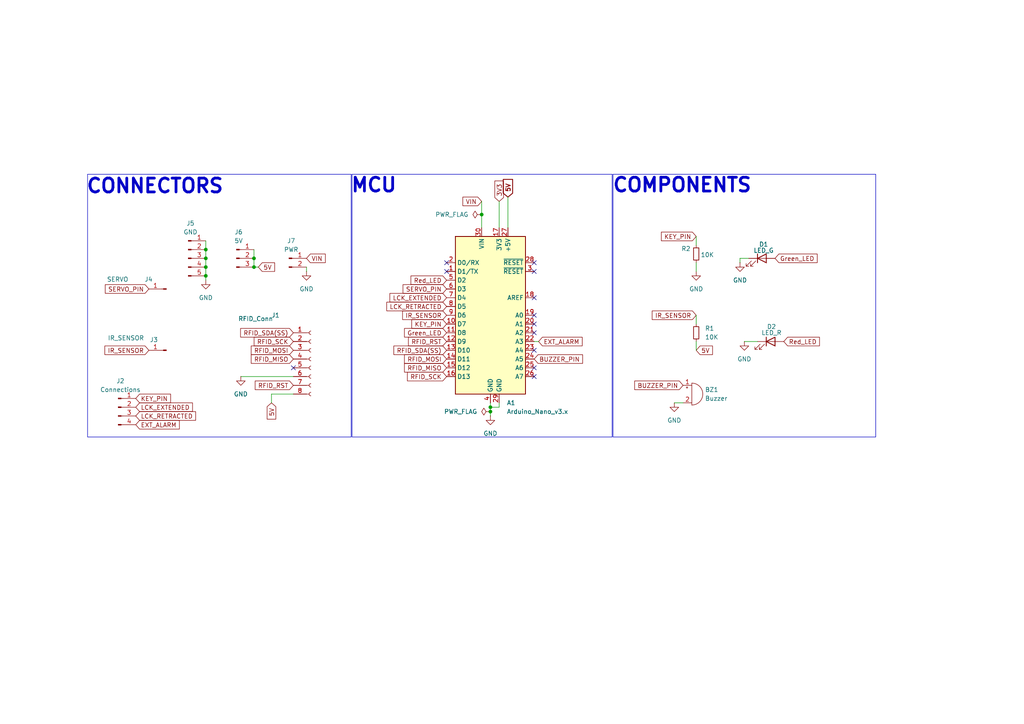
<source format=kicad_sch>
(kicad_sch (version 20231120) (generator "eeschema") (generator_version "8.0")
  (paper "A4")
  (title_block (title "SMART_LOCK") (date "2024-09-13") (rev "0.1"))
  (lib_symbols
    (symbol "Connector:Conn_01x01_Pin" (pin_names (offset 1.016) hide)
      (property "Reference" "J" (at 0 2.54 0))
      (property "Value" "Conn_01x01_Pin" (at 0 -2.54 0))
      (symbol "Conn_01x01_Pin_1_1"
        (polyline (pts (xy 1.27 0) (xy 0.8636 0)) (stroke (width 0.1524)))
        (rectangle (start 0.8636 0.127) (end 0 -0.127) (stroke (width 0.1524)) (fill (type outline)))
        (pin passive line (at 5.08 0 180) (length 3.81) (name "Pin_1") (number "1"))
      )
    )
    (symbol "Connector:Conn_01x02_Pin" (pin_names (offset 1.016) hide)
      (property "Reference" "J" (at 0 2.54 0))
      (property "Value" "Conn_01x02_Pin" (at 0 -5.08 0))
      (symbol "Conn_01x02_Pin_1_1"
        (polyline (pts (xy 1.27 -2.54) (xy 0.8636 -2.54)) (stroke (width 0.1524)))
        (polyline (pts (xy 1.27 0) (xy 0.8636 0)) (stroke (width 0.1524)))
        (rectangle (start 0.8636 -2.413) (end 0 -2.667) (stroke (width 0.1524)) (fill (type outline)))
        (rectangle (start 0.8636 0.127) (end 0 -0.127) (stroke (width 0.1524)) (fill (type outline)))
        (pin passive line (at 5.08 0 180) (length 3.81) (name "Pin_1") (number "1"))
        (pin passive line (at 5.08 -2.54 180) (length 3.81) (name "Pin_2") (number "2"))
      )
    )
    (symbol "Connector:Conn_01x03_Pin" (pin_names (offset 1.016) hide)
      (property "Reference" "J" (at 0 5.08 0))
      (property "Value" "Conn_01x03_Pin" (at 0 -5.08 0))
      (symbol "Conn_01x03_Pin_1_1"
        (polyline (pts (xy 1.27 -2.54) (xy 0.8636 -2.54)) (stroke (width 0.1524)))
        (polyline (pts (xy 1.27 0) (xy 0.8636 0)) (stroke (width 0.1524)))
        (polyline (pts (xy 1.27 2.54) (xy 0.8636 2.54)) (stroke (width 0.1524)))
        (rectangle (start 0.8636 -2.413) (end 0 -2.667) (stroke (width 0.1524)) (fill (type outline)))
        (rectangle (start 0.8636 0.127) (end 0 -0.127) (stroke (width 0.1524)) (fill (type outline)))
        (rectangle (start 0.8636 2.667) (end 0 2.413) (stroke (width 0.1524)) (fill (type outline)))
        (pin passive line (at 5.08 2.54 180) (length 3.81) (name "Pin_1") (number "1"))
        (pin passive line (at 5.08 0 180) (length 3.81) (name "Pin_2") (number "2"))
        (pin passive line (at 5.08 -2.54 180) (length 3.81) (name "Pin_3") (number "3"))
      )
    )
    (symbol "Connector:Conn_01x04_Pin" (pin_names (offset 1.016) hide)
      (property "Reference" "J" (at 0 5.08 0))
      (property "Value" "Conn_01x04_Pin" (at 0 -7.62 0))
      (symbol "Conn_01x04_Pin_1_1"
        (polyline (pts (xy 1.27 -5.08) (xy 0.8636 -5.08)) (stroke (width 0.1524)))
        (polyline (pts (xy 1.27 -2.54) (xy 0.8636 -2.54)) (stroke (width 0.1524)))
        (polyline (pts (xy 1.27 0) (xy 0.8636 0)) (stroke (width 0.1524)))
        (polyline (pts (xy 1.27 2.54) (xy 0.8636 2.54)) (stroke (width 0.1524)))
        (rectangle (start 0.8636 -4.953) (end 0 -5.207) (stroke (width 0.1524)) (fill (type outline)))
        (rectangle (start 0.8636 -2.413) (end 0 -2.667) (stroke (width 0.1524)) (fill (type outline)))
        (rectangle (start 0.8636 0.127) (end 0 -0.127) (stroke (width 0.1524)) (fill (type outline)))
        (rectangle (start 0.8636 2.667) (end 0 2.413) (stroke (width 0.1524)) (fill (type outline)))
        (pin passive line (at 5.08 2.54 180) (length 3.81) (name "Pin_1") (number "1"))
        (pin passive line (at 5.08 0 180) (length 3.81) (name "Pin_2") (number "2"))
        (pin passive line (at 5.08 -2.54 180) (length 3.81) (name "Pin_3") (number "3"))
        (pin passive line (at 5.08 -5.08 180) (length 3.81) (name "Pin_4") (number "4"))
      )
    )
    (symbol "Connector:Conn_01x05_Pin" (pin_names (offset 1.016) hide)
      (property "Reference" "J" (at 0 7.62 0))
      (property "Value" "Conn_01x05_Pin" (at 0 -7.62 0))
      (symbol "Conn_01x05_Pin_1_1"
        (polyline (pts (xy 1.27 -5.08) (xy 0.8636 -5.08)) (stroke (width 0.1524)))
        (polyline (pts (xy 1.27 -2.54) (xy 0.8636 -2.54)) (stroke (width 0.1524)))
        (polyline (pts (xy 1.27 0) (xy 0.8636 0)) (stroke (width 0.1524)))
        (polyline (pts (xy 1.27 2.54) (xy 0.8636 2.54)) (stroke (width 0.1524)))
        (polyline (pts (xy 1.27 5.08) (xy 0.8636 5.08)) (stroke (width 0.1524)))
        (rectangle (start 0.8636 -4.953) (end 0 -5.207) (stroke (width 0.1524)) (fill (type outline)))
        (rectangle (start 0.8636 -2.413) (end 0 -2.667) (stroke (width 0.1524)) (fill (type outline)))
        (rectangle (start 0.8636 0.127) (end 0 -0.127) (stroke (width 0.1524)) (fill (type outline)))
        (rectangle (start 0.8636 2.667) (end 0 2.413) (stroke (width 0.1524)) (fill (type outline)))
        (rectangle (start 0.8636 5.207) (end 0 4.953) (stroke (width 0.1524)) (fill (type outline)))
        (pin passive line (at 5.08 5.08 180) (length 3.81) (name "Pin_1") (number "1"))
        (pin passive line (at 5.08 2.54 180) (length 3.81) (name "Pin_2") (number "2"))
        (pin passive line (at 5.08 0 180) (length 3.81) (name "Pin_3") (number "3"))
        (pin passive line (at 5.08 -2.54 180) (length 3.81) (name "Pin_4") (number "4"))
        (pin passive line (at 5.08 -5.08 180) (length 3.81) (name "Pin_5") (number "5"))
      )
    )
    (symbol "Connector:Conn_01x08_Socket" (pin_names (offset 1.016) hide)
      (property "Reference" "J" (at 0 10.16 0))
      (property "Value" "Conn_01x08_Socket" (at 0 -12.7 0))
      (symbol "Conn_01x08_Socket_1_1"
        (arc (start 0 -9.652) (mid -0.5058 -10.16) (end 0 -10.668) (stroke (width 0.1524)))
        (arc (start 0 -7.112) (mid -0.5058 -7.62) (end 0 -8.128) (stroke (width 0.1524)))
        (arc (start 0 -4.572) (mid -0.5058 -5.08) (end 0 -5.588) (stroke (width 0.1524)))
        (arc (start 0 -2.032) (mid -0.5058 -2.54) (end 0 -3.048) (stroke (width 0.1524)))
        (polyline (pts (xy -1.27 -10.16) (xy -0.508 -10.16)) (stroke (width 0.1524)))
        (polyline (pts (xy -1.27 -7.62) (xy -0.508 -7.62)) (stroke (width 0.1524)))
        (polyline (pts (xy -1.27 -5.08) (xy -0.508 -5.08)) (stroke (width 0.1524)))
        (polyline (pts (xy -1.27 -2.54) (xy -0.508 -2.54)) (stroke (width 0.1524)))
        (polyline (pts (xy -1.27 0) (xy -0.508 0)) (stroke (width 0.1524)))
        (polyline (pts (xy -1.27 2.54) (xy -0.508 2.54)) (stroke (width 0.1524)))
        (polyline (pts (xy -1.27 5.08) (xy -0.508 5.08)) (stroke (width 0.1524)))
        (polyline (pts (xy -1.27 7.62) (xy -0.508 7.62)) (stroke (width 0.1524)))
        (arc (start 0 0.508) (mid -0.5058 0) (end 0 -0.508) (stroke (width 0.1524)))
        (arc (start 0 3.048) (mid -0.5058 2.54) (end 0 2.032) (stroke (width 0.1524)))
        (arc (start 0 5.588) (mid -0.5058 5.08) (end 0 4.572) (stroke (width 0.1524)))
        (arc (start 0 8.128) (mid -0.5058 7.62) (end 0 7.112) (stroke (width 0.1524)))
        (pin passive line (at -5.08 7.62 0) (length 3.81) (name "Pin_1") (number "1"))
        (pin passive line (at -5.08 5.08 0) (length 3.81) (name "Pin_2") (number "2"))
        (pin passive line (at -5.08 2.54 0) (length 3.81) (name "Pin_3") (number "3"))
        (pin passive line (at -5.08 0 0) (length 3.81) (name "Pin_4") (number "4"))
        (pin passive line (at -5.08 -2.54 0) (length 3.81) (name "Pin_5") (number "5"))
        (pin passive line (at -5.08 -5.08 0) (length 3.81) (name "Pin_6") (number "6"))
        (pin passive line (at -5.08 -7.62 0) (length 3.81) (name "Pin_7") (number "7"))
        (pin passive line (at -5.08 -10.16 0) (length 3.81) (name "Pin_8") (number "8"))
      )
    )
    (symbol "Device:Buzzer" (pin_names (offset 0.0254) hide)
      (property "Reference" "BZ" (at 3.81 1.27 0))
      (property "Value" "Buzzer" (at 3.81 -1.27 0))
      (symbol "Buzzer_0_1"
        (arc (start 0 -3.175) (mid 3.1612 0) (end 0 3.175))
        (polyline (pts (xy -1.651 1.905) (xy -1.143 1.905)))
        (polyline (pts (xy -1.397 2.159) (xy -1.397 1.651)))
        (polyline (pts (xy 0 3.175) (xy 0 -3.175)))
      )
      (symbol "Buzzer_1_1"
        (pin passive line (at -2.54 2.54 0) (length 2.54) (name "+") (number "1"))
        (pin passive line (at -2.54 -2.54 0) (length 2.54) (name "-") (number "2"))
      )
    )
    (symbol "Device:LED" (pin_numbers hide) (pin_names (offset 1.016) hide)
      (property "Reference" "D" (at 0 2.54 0))
      (property "Value" "LED" (at 0 -2.54 0))
      (symbol "LED_0_1"
        (polyline (pts (xy -1.27 -1.27) (xy -1.27 1.27)) (stroke (width 0.254)))
        (polyline (pts (xy -1.27 0) (xy 1.27 0)))
        (polyline (pts (xy 1.27 -1.27) (xy 1.27 1.27) (xy -1.27 0) (xy 1.27 -1.27)) (stroke (width 0.254)))
        (polyline (pts (xy -3.048 -0.762) (xy -4.572 -2.286) (xy -3.81 -2.286) (xy -4.572 -2.286) (xy -4.572 -1.524)))
        (polyline (pts (xy -1.778 -0.762) (xy -3.302 -2.286) (xy -2.54 -2.286) (xy -3.302 -2.286) (xy -3.302 -1.524)))
      )
      (symbol "LED_1_1"
        (pin passive line (at -3.81 0 0) (length 2.54) (name "K") (number "1"))
        (pin passive line (at 3.81 0 180) (length 2.54) (name "A") (number "2"))
      )
    )
    (symbol "Device:R_Small" (pin_numbers hide) (pin_names (offset 0.254) hide)
      (property "Reference" "R" (at 0.762 0.508 0))
      (property "Value" "R_Small" (at 0.762 -1.016 0))
      (symbol "R_Small_0_1"
        (rectangle (start -0.762 1.778) (end 0.762 -1.778) (stroke (width 0.2032)))
      )
      (symbol "R_Small_1_1"
        (pin passive line (at 0 2.54 270) (length 0.762) (name "~") (number "1"))
        (pin passive line (at 0 -2.54 90) (length 0.762) (name "~") (number "2"))
      )
    )
    (symbol "MCU_Module:Arduino_Nano_v3.x"
      (property "Reference" "A" (at -10.16 23.495 0))
      (property "Value" "Arduino_Nano_v3.x" (at 5.08 -24.13 0))
      (symbol "Arduino_Nano_v3.x_0_1"
        (rectangle (start -10.16 22.86) (end 10.16 -22.86) (stroke (width 0.254)) (fill (type background)))
      )
      (symbol "Arduino_Nano_v3.x_1_1"
        (pin bidirectional line (at -12.7 12.7 0) (length 2.54) (name "D1/TX") (number "1"))
        (pin bidirectional line (at -12.7 -2.54 0) (length 2.54) (name "D7") (number "10"))
        (pin bidirectional line (at -12.7 -5.08 0) (length 2.54) (name "D8") (number "11"))
        (pin bidirectional line (at -12.7 -7.62 0) (length 2.54) (name "D9") (number "12"))
        (pin bidirectional line (at -12.7 -10.16 0) (length 2.54) (name "D10") (number "13"))
        (pin bidirectional line (at -12.7 -12.7 0) (length 2.54) (name "D11") (number "14"))
        (pin bidirectional line (at -12.7 -15.24 0) (length 2.54) (name "D12") (number "15"))
        (pin bidirectional line (at -12.7 -17.78 0) (length 2.54) (name "D13") (number "16"))
        (pin power_out line (at 2.54 25.4 270) (length 2.54) (name "3V3") (number "17"))
        (pin input line (at 12.7 5.08 180) (length 2.54) (name "AREF") (number "18"))
        (pin bidirectional line (at 12.7 0 180) (length 2.54) (name "A0") (number "19"))
        (pin bidirectional line (at -12.7 15.24 0) (length 2.54) (name "D0/RX") (number "2"))
        (pin bidirectional line (at 12.7 -2.54 180) (length 2.54) (name "A1") (number "20"))
        (pin bidirectional line (at 12.7 -5.08 180) (length 2.54) (name "A2") (number "21"))
        (pin bidirectional line (at 12.7 -7.62 180) (length 2.54) (name "A3") (number "22"))
        (pin bidirectional line (at 12.7 -10.16 180) (length 2.54) (name "A4") (number "23"))
        (pin bidirectional line (at 12.7 -12.7 180) (length 2.54) (name "A5") (number "24"))
        (pin bidirectional line (at 12.7 -15.24 180) (length 2.54) (name "A6") (number "25"))
        (pin bidirectional line (at 12.7 -17.78 180) (length 2.54) (name "A7") (number "26"))
        (pin power_out line (at 5.08 25.4 270) (length 2.54) (name "+5V") (number "27"))
        (pin input line (at 12.7 15.24 180) (length 2.54) (name "~{RESET}") (number "28"))
        (pin power_in line (at 2.54 -25.4 90) (length 2.54) (name "GND") (number "29"))
        (pin input line (at 12.7 12.7 180) (length 2.54) (name "~{RESET}") (number "3"))
        (pin power_in line (at -2.54 25.4 270) (length 2.54) (name "VIN") (number "30"))
        (pin power_in line (at 0 -25.4 90) (length 2.54) (name "GND") (number "4"))
        (pin bidirectional line (at -12.7 10.16 0) (length 2.54) (name "D2") (number "5"))
        (pin bidirectional line (at -12.7 7.62 0) (length 2.54) (name "D3") (number "6"))
        (pin bidirectional line (at -12.7 5.08 0) (length 2.54) (name "D4") (number "7"))
        (pin bidirectional line (at -12.7 2.54 0) (length 2.54) (name "D5") (number "8"))
        (pin bidirectional line (at -12.7 0 0) (length 2.54) (name "D6") (number "9"))
      )
    )
    (symbol "power:GND" (power) (pin_numbers hide) (pin_names (offset 0) hide)
      (property "Value" "GND" (at 0 -3.81 0))
      (symbol "GND_0_1"
        (polyline (pts (xy 0 0) (xy 0 -1.27) (xy 1.27 -1.27) (xy 0 -2.54) (xy -1.27 -1.27) (xy 0 -1.27)))
      )
      (symbol "GND_1_1"
        (pin power_in line (at 0 0 270) (length 0) (name "~") (number "1"))
      )
    )
    (symbol "power:PWR_FLAG" (power) (pin_numbers hide) (pin_names (offset 0) hide)
      (property "Value" "PWR_FLAG" (at 0 3.81 0))
      (symbol "PWR_FLAG_0_0"
        (pin power_out line (at 0 0 90) (length 0) (name "~") (number "1"))
      )
      (symbol "PWR_FLAG_0_1"
        (polyline (pts (xy 0 0) (xy 0 1.27) (xy -1.016 1.905) (xy 0 2.54) (xy 1.016 1.905) (xy 0 1.27)))
      )
    )
  )
  (junction (at 59.69 80.01))
  (junction (at 59.69 74.93))
  (junction (at 73.66 74.93))
  (junction (at 142.24 118.11))
  (junction (at 73.66 77.47))
  (junction (at 139.7 62.23))
  (junction (at 59.69 72.39))
  (junction (at 59.69 77.47))
  (junction (at 142.24 119.38))
  (no_connect (at 154.94 78.74))
  (no_connect (at 129.54 78.74))
  (no_connect (at 154.94 76.2))
  (no_connect (at 154.94 106.68))
  (no_connect (at 154.94 96.52))
  (no_connect (at 154.94 86.36))
  (no_connect (at 154.94 93.98))
  (no_connect (at 129.54 76.2))
  (no_connect (at 154.94 109.22))
  (no_connect (at 154.94 91.44))
  (no_connect (at 85.09 106.68))
  (no_connect (at 154.94 101.6))
  (wire (pts (xy 144.78 58.42) (xy 144.78 66.04)))
  (wire (pts (xy 139.7 58.42) (xy 139.7 62.23)))
  (wire (pts (xy 59.69 72.39) (xy 59.69 74.93)))
  (wire (pts (xy 78.74 114.3) (xy 78.74 116.84)))
  (wire (pts (xy 215.9 99.06) (xy 219.71 99.06)))
  (wire (pts (xy 144.78 118.11) (xy 142.24 118.11)))
  (wire (pts (xy 147.32 57.15) (xy 147.32 66.04)))
  (wire (pts (xy 78.74 114.3) (xy 85.09 114.3)))
  (wire (pts (xy 201.93 76.2) (xy 201.93 78.74)))
  (wire (pts (xy 88.9 77.47) (xy 88.9 78.74)))
  (wire (pts (xy 195.58 116.84) (xy 198.12 116.84)))
  (wire (pts (xy 201.93 68.58) (xy 201.93 71.12)))
  (wire (pts (xy 214.63 74.93) (xy 217.17 74.93)))
  (wire (pts (xy 69.85 109.22) (xy 85.09 109.22)))
  (wire (pts (xy 139.7 62.23) (xy 139.7 66.04)))
  (wire (pts (xy 142.24 119.38) (xy 142.24 118.11)))
  (wire (pts (xy 156.21 99.06) (xy 154.94 99.06)))
  (wire (pts (xy 214.63 76.2) (xy 214.63 74.93)))
  (wire (pts (xy 144.78 116.84) (xy 144.78 118.11)))
  (wire (pts (xy 73.66 72.39) (xy 73.66 74.93)))
  (wire (pts (xy 201.93 99.06) (xy 201.93 101.6)))
  (wire (pts (xy 73.66 77.47) (xy 74.93 77.47)))
  (wire (pts (xy 59.69 69.85) (xy 59.69 72.39)))
  (wire (pts (xy 59.69 80.01) (xy 59.69 81.28)))
  (wire (pts (xy 142.24 120.65) (xy 142.24 119.38)))
  (wire (pts (xy 201.93 93.98) (xy 201.93 91.44)))
  (wire (pts (xy 59.69 77.47) (xy 59.69 80.01)))
  (wire (pts (xy 59.69 74.93) (xy 59.69 77.47)))
  (wire (pts (xy 73.66 74.93) (xy 73.66 77.47)))
  (wire (pts (xy 142.24 118.11) (xy 142.24 116.84)))
  (rectangle (start 102.108 50.546) (end 177.546 126.746))
  (rectangle (start 25.4 50.546) (end 101.854 126.746))
  (rectangle (start 177.8 50.546) (end 254 126.746))
  (text "CONNECTORS\n" (at 44.958 54.102 0) (effects (font (size 4 4) (thickness 0.8) (bold yes))))
  (text "COMPONENTS" (at 197.866 53.848 0) (effects (font (size 4 4) (bold yes))))
  (text "MCU\n" (at 108.458 53.848 0) (effects (font (size 4 4) (bold yes))))
  (global_label "Red_LED" (shape input) (at 227.33 99.06 0) (property "Intersheetrefs" "${INTERSHEET_REFS}" (effects (hide yes))))
  (global_label "LCK_RETRACTED" (shape input) (at 39.37 120.65 0) (property "Intersheetrefs" "${INTERSHEET_REFS}" (effects (hide yes))))
  (global_label "IR_SENSOR" (shape input) (at 201.93 91.44 180) (property "Intersheetrefs" "${INTERSHEET_REFS}" (effects (hide yes))))
  (global_label "LCK_EXTENDED" (shape input) (at 39.37 118.11 0) (property "Intersheetrefs" "${INTERSHEET_REFS}" (effects (hide yes))))
  (global_label "RFID_RST" (shape input) (at 129.54 99.06 180) (property "Intersheetrefs" "${INTERSHEET_REFS}" (effects (hide yes))))
  (global_label "LCK_RETRACTED" (shape input) (at 129.54 88.9 180) (property "Intersheetrefs" "${INTERSHEET_REFS}" (effects (hide yes))))
  (global_label "RFID_SCK" (shape input) (at 129.54 109.22 180) (property "Intersheetrefs" "${INTERSHEET_REFS}" (effects (hide yes))))
  (global_label "KEY_PIN" (shape input) (at 201.93 68.58 180) (property "Intersheetrefs" "${INTERSHEET_REFS}" (effects (hide yes))))
  (global_label "Green_LED" (shape input) (at 224.79 74.93 0) (property "Intersheetrefs" "${INTERSHEET_REFS}" (effects (hide yes))))
  (global_label "BUZZER_PIN" (shape input) (at 154.94 104.14 0) (property "Intersheetrefs" "${INTERSHEET_REFS}" (effects (hide yes))))
  (global_label "5V" (shape input) (at 201.93 101.6 0) (property "Intersheetrefs" "${INTERSHEET_REFS}" (effects (hide yes))))
  (global_label "RFID_SCK" (shape input) (at 85.09 99.06 180) (property "Intersheetrefs" "${INTERSHEET_REFS}" (effects (hide yes))))
  (global_label "5V" (shape input) (at 78.74 116.84 270) (property "Intersheetrefs" "${INTERSHEET_REFS}" (effects (hide yes))))
  (global_label "Red_LED" (shape input) (at 129.54 81.28 180) (property "Intersheetrefs" "${INTERSHEET_REFS}" (effects (hide yes))))
  (global_label "EXT_ALARM" (shape input) (at 39.37 123.19 0) (property "Intersheetrefs" "${INTERSHEET_REFS}" (effects (hide yes))))
  (global_label "5V" (shape input) (at 74.93 77.47 0) (property "Intersheetrefs" "${INTERSHEET_REFS}" (effects (hide yes))))
  (global_label "RFID_MOSI" (shape input) (at 129.54 104.14 180) (property "Intersheetrefs" "${INTERSHEET_REFS}" (effects (hide yes))))
  (global_label "RFID_RST" (shape input) (at 85.09 111.76 180) (property "Intersheetrefs" "${INTERSHEET_REFS}" (effects (hide yes))))
  (global_label "5V" (shape input) (at 147.32 57.15 90) (effects (font (bold yes))) (property "Intersheetrefs" "${INTERSHEET_REFS}" (effects (hide yes))))
  (global_label "SERVO_PIN" (shape input) (at 43.18 83.82 180) (property "Intersheetrefs" "${INTERSHEET_REFS}" (effects (hide yes))))
  (global_label "RFID_MOSI" (shape input) (at 85.09 101.6 180) (property "Intersheetrefs" "${INTERSHEET_REFS}" (effects (hide yes))))
  (global_label "BUZZER_PIN" (shape input) (at 198.12 111.76 180) (property "Intersheetrefs" "${INTERSHEET_REFS}" (effects (hide yes))))
  (global_label "KEY_PIN" (shape input) (at 39.37 115.57 0) (property "Intersheetrefs" "${INTERSHEET_REFS}" (effects (hide yes))))
  (global_label "3V3" (shape input) (at 144.78 58.42 90) (property "Intersheetrefs" "${INTERSHEET_REFS}" (effects (hide yes))))
  (global_label "RFID_MISO" (shape input) (at 129.54 106.68 180) (property "Intersheetrefs" "${INTERSHEET_REFS}" (effects (hide yes))))
  (global_label "RFID_SDA(SS)" (shape input) (at 129.54 101.6 180) (property "Intersheetrefs" "${INTERSHEET_REFS}" (effects (hide yes))))
  (global_label "LCK_EXTENDED" (shape input) (at 129.54 86.36 180) (property "Intersheetrefs" "${INTERSHEET_REFS}" (effects (hide yes))))
  (global_label "VIN" (shape input) (at 88.9 74.93 0) (property "Intersheetrefs" "${INTERSHEET_REFS}" (effects (hide yes))))
  (global_label "Green_LED" (shape input) (at 129.54 96.52 180) (property "Intersheetrefs" "${INTERSHEET_REFS}" (effects (hide yes))))
  (global_label "SERVO_PIN" (shape input) (at 129.54 83.82 180) (property "Intersheetrefs" "${INTERSHEET_REFS}" (effects (hide yes))))
  (global_label "EXT_ALARM" (shape input) (at 156.21 99.06 0) (property "Intersheetrefs" "${INTERSHEET_REFS}" (effects (hide yes))))
  (global_label "RFID_SDA(SS)" (shape input) (at 85.09 96.52 180) (property "Intersheetrefs" "${INTERSHEET_REFS}" (effects (hide yes))))
  (global_label "RFID_MISO" (shape input) (at 85.09 104.14 180) (property "Intersheetrefs" "${INTERSHEET_REFS}" (effects (hide yes))))
  (global_label "KEY_PIN" (shape input) (at 129.54 93.98 180) (property "Intersheetrefs" "${INTERSHEET_REFS}" (effects (hide yes))))
  (global_label "IR_SENSOR" (shape input) (at 43.18 101.6 180) (property "Intersheetrefs" "${INTERSHEET_REFS}" (effects (hide yes))))
  (global_label "VIN" (shape input) (at 139.7 58.42 180) (property "Intersheetrefs" "${INTERSHEET_REFS}" (effects (hide yes))))
  (global_label "IR_SENSOR" (shape input) (at 129.54 91.44 180) (property "Intersheetrefs" "${INTERSHEET_REFS}" (effects (hide yes))))
  (symbol (lib_id "Device:Buzzer") (at 200.66 114.3 0) (unit 1)
    (property "Reference" "BZ1" (at 204.47 113.0299 0) (effects (justify left)))
    (property "Value" "Buzzer" (at 204.47 115.5699 0) (effects (justify left)))
    (property "Footprint" "Buzzer_Beeper:MagneticBuzzer_Kingstate_KCG0601" (effects (hide yes)))
    (property "Description" "Buzzer, polarized" (effects (hide yes)))
  )
  (symbol (lib_id "Connector:Conn_01x02_Pin") (at 83.82 74.93 0) (unit 1)
    (property "Reference" "J7" (at 84.455 69.85 0))
    (property "Value" "PWR" (at 84.455 72.39 0))
    (property "Footprint" "Connector_PinHeader_2.54mm:PinHeader_1x02_P2.54mm_Vertical" (effects (hide yes)))
    (property "Description" "Generic connector, single row, 01x02, script generated" (effects (hide yes)))
  )
  (symbol (lib_id "power:GND") (at 88.9 78.74 0) (unit 1)
    (property "Reference" "#PWR04" (effects (hide yes)))
    (property "Value" "GND" (at 88.9 83.82 0))
    (property "Description" "Power symbol creates a global label with name \"GND\" , ground" (effects (hide yes)))
  )
  (symbol (lib_id "Connector:Conn_01x03_Pin") (at 68.58 74.93 0) (unit 1)
    (property "Reference" "J6" (at 69.215 67.31 0))
    (property "Value" "5V" (at 69.215 69.85 0))
    (property "Footprint" "Connector_PinHeader_2.54mm:PinHeader_1x03_P2.54mm_Vertical" (effects (hide yes)))
    (property "Description" "Generic connector, single row, 01x03, script generated" (effects (hide yes)))
  )
  (symbol (lib_id "power:GND") (at 69.85 109.22 0) (unit 1)
    (property "Reference" "#PWR02" (effects (hide yes)))
    (property "Value" "GND" (at 69.85 114.3 0))
    (property "Description" "Power symbol creates a global label with name \"GND\" , ground" (effects (hide yes)))
  )
  (symbol (lib_id "power:GND") (at 195.58 116.84 0) (unit 1)
    (property "Reference" "#PWR010" (effects (hide yes)))
    (property "Value" "GND" (at 195.58 121.92 0))
    (property "Description" "Power symbol creates a global label with name \"GND\" , ground" (effects (hide yes)))
  )
  (symbol (lib_id "power:GND") (at 215.9 99.06 0) (unit 1)
    (property "Reference" "#PWR07" (effects (hide yes)))
    (property "Value" "GND" (at 215.9 104.14 0))
    (property "Description" "Power symbol creates a global label with name \"GND\" , ground" (effects (hide yes)))
  )
  (symbol (lib_id "power:GND") (at 142.24 120.65 0) (unit 1)
    (property "Reference" "#PWR03" (effects (hide yes)))
    (property "Value" "GND" (at 142.24 125.73 0))
    (property "Description" "Power symbol creates a global label with name \"GND\" , ground" (effects (hide yes)))
  )
  (symbol (lib_id "power:PWR_FLAG") (at 142.24 119.38 90) (unit 1)
    (property "Reference" "#FLG03" (effects (hide yes)))
    (property "Value" "PWR_FLAG" (at 138.43 119.3799 90) (effects (justify left)))
    (property "Description" "Special symbol for telling ERC where power comes from" (effects (hide yes)))
  )
  (symbol (lib_id "MCU_Module:Arduino_Nano_v3.x") (at 142.24 91.44 0) (unit 1)
    (property "Reference" "A1" (at 146.9741 116.84 0) (effects (justify left)))
    (property "Value" "Arduino_Nano_v3.x" (at 146.9741 119.38 0) (effects (justify left)))
    (property "Footprint" "Module:Arduino_Nano" (effects (hide yes)))
    (property "Datasheet" "http://www.mouser.com/pdfdocs/Gravitech_Arduino_Nano3_0.pdf" (effects (hide yes)))
    (property "Description" "Arduino Nano v3.x" (effects (hide yes)))
  )
  (symbol (lib_id "Device:R_Small") (at 201.93 96.52 0) (unit 1)
    (property "Reference" "R1" (at 204.47 95.2499 0) (effects (justify left)))
    (property "Value" "10K" (at 204.47 97.7899 0) (effects (justify left)))
    (property "Footprint" "Resistor_THT:R_Axial_DIN0204_L3.6mm_D1.6mm_P5.08mm_Horizontal" (effects (hide yes)))
    (property "Description" "Resistor, small symbol" (effects (hide yes)))
  )
  (symbol (lib_id "Device:LED") (at 220.98 74.93 0) (unit 1)
    (property "Reference" "D1" (at 221.488 70.866 0))
    (property "Value" "LED_G" (at 221.488 72.644 0))
    (property "Footprint" "LED_THT:LED_D5.0mm_Clear" (effects (hide yes)))
    (property "Description" "Light emitting diode" (effects (hide yes)))
  )
  (symbol (lib_id "Device:R_Small") (at 201.93 73.66 0) (unit 1)
    (property "Reference" "R2" (at 197.612 72.136 0) (effects (justify left)))
    (property "Value" "10K" (at 203.2 73.914 0) (effects (justify left)))
    (property "Footprint" "Resistor_THT:R_Axial_DIN0204_L3.6mm_D1.6mm_P5.08mm_Horizontal" (effects (hide yes)))
    (property "Description" "Resistor, small symbol" (effects (hide yes)))
  )
  (symbol (lib_id "power:GND") (at 59.69 81.28 0) (unit 1)
    (property "Reference" "#PWR013" (effects (hide yes)))
    (property "Value" "GND" (at 59.69 86.36 0))
    (property "Description" "Power symbol creates a global label with name \"GND\" , ground" (effects (hide yes)))
  )
  (symbol (lib_id "Connector:Conn_01x01_Pin") (at 48.26 101.6 180) (unit 1)
    (property "Reference" "J3" (at 43.434 98.552 0) (effects (justify right)))
    (property "Value" "IR_SENSOR" (at 31.242 98.044 0) (effects (justify right)))
    (property "Footprint" "Connector_PinHeader_2.54mm:PinHeader_1x01_P2.54mm_Vertical" (effects (hide yes)))
    (property "Description" "Generic connector, single row, 01x01, script generated" (effects (hide yes)))
  )
  (symbol (lib_id "power:PWR_FLAG") (at 139.7 62.23 90) (unit 1)
    (property "Reference" "#FLG02" (effects (hide yes)))
    (property "Value" "PWR_FLAG" (at 135.89 62.2299 90) (effects (justify left)))
    (property "Description" "Special symbol for telling ERC where power comes from" (effects (hide yes)))
  )
  (symbol (lib_id "Connector:Conn_01x08_Socket") (at 90.17 104.14 0) (unit 1)
    (property "Reference" "J1" (at 78.74 91.44 0) (effects (justify left)))
    (property "Value" "RFID_Conn" (at 69.088 92.456 0) (effects (justify left)))
    (property "Footprint" "Connector_PinSocket_2.54mm:PinSocket_1x08_P2.54mm_Vertical" (effects (hide yes)))
    (property "Description" "Generic connector, single row, 01x08, script generated" (effects (hide yes)))
  )
  (symbol (lib_id "power:GND") (at 214.63 76.2 0) (unit 1)
    (property "Reference" "#PWR06" (effects (hide yes)))
    (property "Value" "GND" (at 214.63 81.28 0))
    (property "Description" "Power symbol creates a global label with name \"GND\" , ground" (effects (hide yes)))
  )
  (symbol (lib_id "Connector:Conn_01x05_Pin") (at 54.61 74.93 0) (unit 1)
    (property "Reference" "J5" (at 55.245 64.77 0))
    (property "Value" "GND" (at 55.245 67.31 0))
    (property "Footprint" "Connector_PinHeader_2.54mm:PinHeader_1x05_P2.54mm_Vertical" (effects (hide yes)))
    (property "Description" "Generic connector, single row, 01x05, script generated" (effects (hide yes)))
  )
  (symbol (lib_id "power:GND") (at 201.93 78.74 0) (unit 1)
    (property "Reference" "#PWR08" (effects (hide yes)))
    (property "Value" "GND" (at 201.93 83.82 0))
    (property "Description" "Power symbol creates a global label with name \"GND\" , ground" (effects (hide yes)))
  )
  (symbol (lib_id "Connector:Conn_01x04_Pin") (at 34.29 118.11 0) (unit 1)
    (property "Reference" "J2" (at 34.925 110.49 0))
    (property "Value" "Connections" (at 34.925 113.03 0))
    (property "Footprint" "Connector_PinHeader_2.54mm:PinHeader_1x04_P2.54mm_Vertical" (effects (hide yes)))
    (property "Description" "Generic connector, single row, 01x04, script generated" (effects (hide yes)))
  )
  (symbol (lib_id "Connector:Conn_01x01_Pin") (at 48.26 83.82 180) (unit 1)
    (property "Reference" "J4" (at 41.91 81.026 0) (effects (justify right)))
    (property "Value" "SERVO" (at 30.988 81.026 0) (effects (justify right)))
    (property "Footprint" "Connector_PinHeader_2.54mm:PinHeader_1x01_P2.54mm_Vertical" (effects (hide yes)))
    (property "Description" "Generic connector, single row, 01x01, script generated" (effects (hide yes)))
  )
  (symbol (lib_id "Device:LED") (at 223.52 99.06 0) (unit 1)
    (property "Reference" "D2" (at 223.774 94.742 0))
    (property "Value" "LED_R" (at 223.774 96.52 0))
    (property "Footprint" "LED_THT:LED_D5.0mm" (effects (hide yes)))
    (property "Description" "Light emitting diode" (effects (hide yes)))
  )
)
</source>
